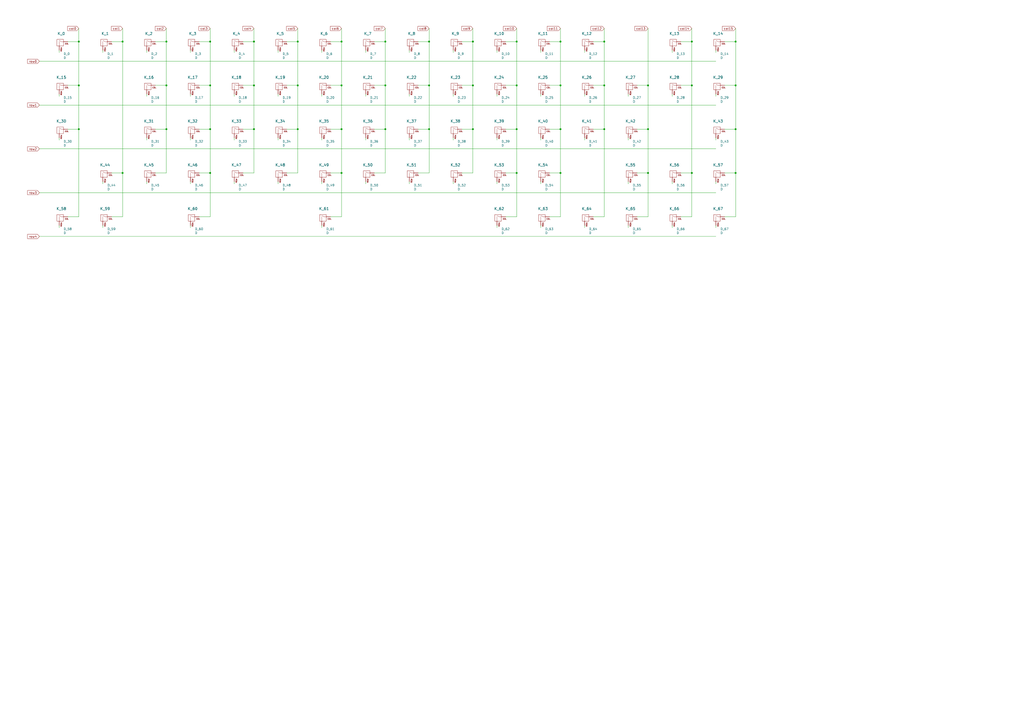
<source format=kicad_sch>
(kicad_sch (version 20211123) (generator eeschema)
  (paper "A2")
  (lib_symbols
    (symbol "MX_Alps_Hybrid:MX-NoLED" (pin_names (offset 1.016))
      (property "Reference" "MX" (at -0.635 3.81 0))
      (property "Value" "MX-NoLED" (at -0.635 1.27 0))
      (symbol "MX-NoLED_0_0"
        (rectangle (start -2.54 2.54) (end 1.27 -1.27))
        (polyline (pts (xy -1.27 -1.27) (xy -1.27 1.27)) (stroke (width 0.127)))
        (polyline (pts (xy 1.27 1.27) (xy 0 1.27) (xy -1.27 1.905)) (stroke (width 0.127)))
        (text "COL" (at 3.175 0 0) (effects (font (size 0.762 0.762))))
        (text "ROW" (at 0 -1.905 900) (effects (font (size 0.762 0.762)) (justify right)))
      )
      (symbol "MX-NoLED_1_1"
        (pin passive line (at 3.81 1.27 180) (length 2.54) (name "COL") (number "1"))
        (pin passive line (at -1.27 -3.81 90) (length 2.54) (name "ROW") (number "2"))
      )
    )
  )
  (junction (at 147.32 49.53))
  (junction (at 375.92 100.33))
  (junction (at 248.92 24.13))
  (junction (at 401.32 24.13))
  (junction (at 274.32 49.53))
  (junction (at 96.52 49.53))
  (junction (at 325.12 100.33))
  (junction (at 198.12 74.93))
  (junction (at 401.32 100.33))
  (junction (at 426.72 49.53))
  (junction (at 121.92 49.53))
  (junction (at 198.12 100.33))
  (junction (at 147.32 24.13))
  (junction (at 96.52 24.13))
  (junction (at 350.52 49.53))
  (junction (at 96.52 74.93))
  (junction (at 172.72 24.13))
  (junction (at 274.32 74.93))
  (junction (at 45.72 49.53))
  (junction (at 325.12 49.53))
  (junction (at 147.32 74.93))
  (junction (at 426.72 74.93))
  (junction (at 121.92 74.93))
  (junction (at 172.72 74.93))
  (junction (at 426.72 100.33))
  (junction (at 375.92 49.53))
  (junction (at 426.72 24.13))
  (junction (at 325.12 74.93))
  (junction (at 299.72 100.33))
  (junction (at 299.72 24.13))
  (junction (at 223.52 24.13))
  (junction (at 45.72 74.93))
  (junction (at 223.52 49.53))
  (junction (at 71.12 100.33))
  (junction (at 198.12 24.13))
  (junction (at 401.32 49.53))
  (junction (at 198.12 49.53))
  (junction (at 274.32 24.13))
  (junction (at 45.72 24.13))
  (junction (at 350.52 24.13))
  (junction (at 172.72 49.53))
  (junction (at 71.12 24.13))
  (junction (at 375.92 74.93))
  (junction (at 121.92 100.33))
  (junction (at 121.92 24.13))
  (junction (at 325.12 24.13))
  (junction (at 350.52 74.93))
  (junction (at 299.72 49.53))
  (junction (at 248.92 49.53))
  (junction (at 299.72 74.93))
  (junction (at 223.52 74.93))
  (junction (at 248.92 74.93))
  (wire (pts (xy 237.49 29.21) (xy 237.49 30.48)))
  (wire (pts (xy 248.92 16.51) (xy 248.92 24.13)))
  (wire (pts (xy 344.17 24.13) (xy 350.52 24.13)))
  (wire (pts (xy 262.89 29.21) (xy 262.89 30.48)))
  (wire (pts (xy 191.77 100.33) (xy 198.12 100.33)))
  (wire (pts (xy 39.37 49.53) (xy 45.72 49.53)))
  (wire (pts (xy 223.52 100.33) (xy 223.52 74.93)))
  (wire (pts (xy 140.97 49.53) (xy 147.32 49.53)))
  (wire (pts (xy 161.29 29.21) (xy 161.29 30.48)))
  (wire (pts (xy 274.32 24.13) (xy 274.32 49.53)))
  (wire (pts (xy 237.49 105.41) (xy 237.49 106.68)))
  (wire (pts (xy 198.12 100.33) (xy 198.12 74.93)))
  (wire (pts (xy 394.97 100.33) (xy 401.32 100.33)))
  (wire (pts (xy 85.09 29.21) (xy 85.09 30.48)))
  (wire (pts (xy 172.72 100.33) (xy 172.72 74.93)))
  (wire (pts (xy 415.29 105.41) (xy 415.29 106.68)))
  (wire (pts (xy 166.37 49.53) (xy 172.72 49.53)))
  (wire (pts (xy 288.29 80.01) (xy 288.29 81.28)))
  (wire (pts (xy 121.92 16.51) (xy 121.92 24.13)))
  (wire (pts (xy 242.57 100.33) (xy 248.92 100.33)))
  (wire (pts (xy 325.12 125.73) (xy 325.12 100.33)))
  (wire (pts (xy 350.52 125.73) (xy 350.52 74.93)))
  (wire (pts (xy 339.09 80.01) (xy 339.09 81.28)))
  (wire (pts (xy 262.89 80.01) (xy 262.89 81.28)))
  (wire (pts (xy 85.09 105.41) (xy 85.09 106.68)))
  (wire (pts (xy 375.92 74.93) (xy 375.92 49.53)))
  (wire (pts (xy 198.12 16.51) (xy 198.12 24.13)))
  (wire (pts (xy 121.92 24.13) (xy 121.92 49.53)))
  (wire (pts (xy 115.57 24.13) (xy 121.92 24.13)))
  (wire (pts (xy 299.72 74.93) (xy 299.72 49.53)))
  (wire (pts (xy 34.29 54.61) (xy 34.29 55.88)))
  (wire (pts (xy 426.72 24.13) (xy 426.72 49.53)))
  (wire (pts (xy 293.37 100.33) (xy 299.72 100.33)))
  (wire (pts (xy 293.37 24.13) (xy 299.72 24.13)))
  (wire (pts (xy 267.97 49.53) (xy 274.32 49.53)))
  (wire (pts (xy 191.77 125.73) (xy 198.12 125.73)))
  (wire (pts (xy 415.29 29.21) (xy 415.29 30.48)))
  (wire (pts (xy 325.12 100.33) (xy 325.12 74.93)))
  (wire (pts (xy 110.49 54.61) (xy 110.49 55.88)))
  (wire (pts (xy 394.97 125.73) (xy 401.32 125.73)))
  (wire (pts (xy 121.92 100.33) (xy 121.92 74.93)))
  (wire (pts (xy 394.97 49.53) (xy 401.32 49.53)))
  (wire (pts (xy 96.52 100.33) (xy 96.52 74.93)))
  (wire (pts (xy 110.49 29.21) (xy 110.49 30.48)))
  (wire (pts (xy 420.37 125.73) (xy 426.72 125.73)))
  (wire (pts (xy 135.89 105.41) (xy 135.89 106.68)))
  (wire (pts (xy 262.89 105.41) (xy 262.89 106.68)))
  (wire (pts (xy 267.97 100.33) (xy 274.32 100.33)))
  (wire (pts (xy 64.77 125.73) (xy 71.12 125.73)))
  (wire (pts (xy 339.09 130.81) (xy 339.09 132.08)))
  (wire (pts (xy 85.09 54.61) (xy 85.09 55.88)))
  (wire (pts (xy 274.32 16.51) (xy 274.32 24.13)))
  (wire (pts (xy 242.57 74.93) (xy 248.92 74.93)))
  (wire (pts (xy 364.49 54.61) (xy 364.49 55.88)))
  (wire (pts (xy 318.77 49.53) (xy 325.12 49.53)))
  (wire (pts (xy 248.92 100.33) (xy 248.92 74.93)))
  (wire (pts (xy 415.29 80.01) (xy 415.29 81.28)))
  (wire (pts (xy 389.89 130.81) (xy 389.89 132.08)))
  (wire (pts (xy 426.72 74.93) (xy 426.72 49.53)))
  (wire (pts (xy 350.52 74.93) (xy 350.52 49.53)))
  (wire (pts (xy 274.32 100.33) (xy 274.32 74.93)))
  (wire (pts (xy 59.69 105.41) (xy 59.69 106.68)))
  (wire (pts (xy 166.37 74.93) (xy 172.72 74.93)))
  (wire (pts (xy 401.32 125.73) (xy 401.32 100.33)))
  (wire (pts (xy 288.29 54.61) (xy 288.29 55.88)))
  (wire (pts (xy 293.37 74.93) (xy 299.72 74.93)))
  (wire (pts (xy 147.32 16.51) (xy 147.32 24.13)))
  (wire (pts (xy 115.57 74.93) (xy 121.92 74.93)))
  (wire (pts (xy 262.89 54.61) (xy 262.89 55.88)))
  (wire (pts (xy 313.69 80.01) (xy 313.69 81.28)))
  (wire (pts (xy 198.12 125.73) (xy 198.12 100.33)))
  (wire (pts (xy 140.97 24.13) (xy 147.32 24.13)))
  (wire (pts (xy 293.37 125.73) (xy 299.72 125.73)))
  (wire (pts (xy 71.12 16.51) (xy 71.12 24.13)))
  (wire (pts (xy 299.72 24.13) (xy 299.72 49.53)))
  (wire (pts (xy 64.77 24.13) (xy 71.12 24.13)))
  (wire (pts (xy 350.52 24.13) (xy 350.52 49.53)))
  (wire (pts (xy 217.17 24.13) (xy 223.52 24.13)))
  (wire (pts (xy 299.72 100.33) (xy 299.72 74.93)))
  (wire (pts (xy 420.37 49.53) (xy 426.72 49.53)))
  (wire (pts (xy 45.72 16.51) (xy 45.72 24.13)))
  (wire (pts (xy 186.69 29.21) (xy 186.69 30.48)))
  (wire (pts (xy 237.49 54.61) (xy 237.49 55.88)))
  (wire (pts (xy 313.69 130.81) (xy 313.69 132.08)))
  (wire (pts (xy 274.32 74.93) (xy 274.32 49.53)))
  (wire (pts (xy 364.49 80.01) (xy 364.49 81.28)))
  (wire (pts (xy 288.29 130.81) (xy 288.29 132.08)))
  (wire (pts (xy 344.17 49.53) (xy 350.52 49.53)))
  (wire (pts (xy 96.52 24.13) (xy 96.52 49.53)))
  (wire (pts (xy 288.29 105.41) (xy 288.29 106.68)))
  (wire (pts (xy 339.09 54.61) (xy 339.09 55.88)))
  (wire (pts (xy 217.17 74.93) (xy 223.52 74.93)))
  (wire (pts (xy 135.89 54.61) (xy 135.89 55.88)))
  (wire (pts (xy 267.97 74.93) (xy 274.32 74.93)))
  (wire (pts (xy 147.32 24.13) (xy 147.32 49.53)))
  (wire (pts (xy 420.37 74.93) (xy 426.72 74.93)))
  (wire (pts (xy 22.86 60.96) (xy 415.29 60.96)))
  (wire (pts (xy 394.97 24.13) (xy 401.32 24.13)))
  (wire (pts (xy 401.32 16.51) (xy 401.32 24.13)))
  (wire (pts (xy 339.09 29.21) (xy 339.09 30.48)))
  (wire (pts (xy 59.69 130.81) (xy 59.69 132.08)))
  (wire (pts (xy 140.97 100.33) (xy 147.32 100.33)))
  (wire (pts (xy 39.37 125.73) (xy 45.72 125.73)))
  (wire (pts (xy 299.72 16.51) (xy 299.72 24.13)))
  (wire (pts (xy 242.57 49.53) (xy 248.92 49.53)))
  (wire (pts (xy 223.52 16.51) (xy 223.52 24.13)))
  (wire (pts (xy 401.32 100.33) (xy 401.32 49.53)))
  (wire (pts (xy 344.17 74.93) (xy 350.52 74.93)))
  (wire (pts (xy 90.17 24.13) (xy 96.52 24.13)))
  (wire (pts (xy 212.09 105.41) (xy 212.09 106.68)))
  (wire (pts (xy 375.92 100.33) (xy 375.92 74.93)))
  (wire (pts (xy 191.77 24.13) (xy 198.12 24.13)))
  (wire (pts (xy 161.29 54.61) (xy 161.29 55.88)))
  (wire (pts (xy 426.72 125.73) (xy 426.72 100.33)))
  (wire (pts (xy 186.69 54.61) (xy 186.69 55.88)))
  (wire (pts (xy 64.77 100.33) (xy 71.12 100.33)))
  (wire (pts (xy 389.89 105.41) (xy 389.89 106.68)))
  (wire (pts (xy 191.77 74.93) (xy 198.12 74.93)))
  (wire (pts (xy 223.52 74.93) (xy 223.52 49.53)))
  (wire (pts (xy 96.52 16.51) (xy 96.52 24.13)))
  (wire (pts (xy 389.89 29.21) (xy 389.89 30.48)))
  (wire (pts (xy 318.77 100.33) (xy 325.12 100.33)))
  (wire (pts (xy 172.72 74.93) (xy 172.72 49.53)))
  (wire (pts (xy 212.09 29.21) (xy 212.09 30.48)))
  (wire (pts (xy 212.09 54.61) (xy 212.09 55.88)))
  (wire (pts (xy 166.37 24.13) (xy 172.72 24.13)))
  (wire (pts (xy 115.57 125.73) (xy 121.92 125.73)))
  (wire (pts (xy 313.69 105.41) (xy 313.69 106.68)))
  (wire (pts (xy 318.77 24.13) (xy 325.12 24.13)))
  (wire (pts (xy 59.69 29.21) (xy 59.69 30.48)))
  (wire (pts (xy 415.29 54.61) (xy 415.29 55.88)))
  (wire (pts (xy 375.92 16.51) (xy 375.92 49.53)))
  (wire (pts (xy 313.69 54.61) (xy 313.69 55.88)))
  (wire (pts (xy 147.32 100.33) (xy 147.32 74.93)))
  (wire (pts (xy 90.17 100.33) (xy 96.52 100.33)))
  (wire (pts (xy 325.12 24.13) (xy 325.12 49.53)))
  (wire (pts (xy 369.57 125.73) (xy 375.92 125.73)))
  (wire (pts (xy 110.49 105.41) (xy 110.49 106.68)))
  (wire (pts (xy 22.86 137.16) (xy 415.29 137.16)))
  (wire (pts (xy 325.12 74.93) (xy 325.12 49.53)))
  (wire (pts (xy 39.37 74.93) (xy 45.72 74.93)))
  (wire (pts (xy 45.72 125.73) (xy 45.72 74.93)))
  (wire (pts (xy 22.86 86.36) (xy 415.29 86.36)))
  (wire (pts (xy 198.12 24.13) (xy 198.12 49.53)))
  (wire (pts (xy 191.77 49.53) (xy 198.12 49.53)))
  (wire (pts (xy 288.29 29.21) (xy 288.29 30.48)))
  (wire (pts (xy 212.09 80.01) (xy 212.09 81.28)))
  (wire (pts (xy 39.37 24.13) (xy 45.72 24.13)))
  (wire (pts (xy 369.57 74.93) (xy 375.92 74.93)))
  (wire (pts (xy 186.69 80.01) (xy 186.69 81.28)))
  (wire (pts (xy 389.89 54.61) (xy 389.89 55.88)))
  (wire (pts (xy 420.37 24.13) (xy 426.72 24.13)))
  (wire (pts (xy 426.72 100.33) (xy 426.72 74.93)))
  (wire (pts (xy 166.37 100.33) (xy 172.72 100.33)))
  (wire (pts (xy 115.57 49.53) (xy 121.92 49.53)))
  (wire (pts (xy 172.72 16.51) (xy 172.72 24.13)))
  (wire (pts (xy 161.29 105.41) (xy 161.29 106.68)))
  (wire (pts (xy 293.37 49.53) (xy 299.72 49.53)))
  (wire (pts (xy 237.49 80.01) (xy 237.49 81.28)))
  (wire (pts (xy 242.57 24.13) (xy 248.92 24.13)))
  (wire (pts (xy 426.72 16.51) (xy 426.72 24.13)))
  (wire (pts (xy 198.12 74.93) (xy 198.12 49.53)))
  (wire (pts (xy 172.72 24.13) (xy 172.72 49.53)))
  (wire (pts (xy 364.49 105.41) (xy 364.49 106.68)))
  (wire (pts (xy 350.52 16.51) (xy 350.52 24.13)))
  (wire (pts (xy 135.89 29.21) (xy 135.89 30.48)))
  (wire (pts (xy 34.29 130.81) (xy 34.29 132.08)))
  (wire (pts (xy 223.52 24.13) (xy 223.52 49.53)))
  (wire (pts (xy 90.17 74.93) (xy 96.52 74.93)))
  (wire (pts (xy 71.12 24.13) (xy 71.12 100.33)))
  (wire (pts (xy 186.69 130.81) (xy 186.69 132.08)))
  (wire (pts (xy 90.17 49.53) (xy 96.52 49.53)))
  (wire (pts (xy 248.92 74.93) (xy 248.92 49.53)))
  (wire (pts (xy 375.92 125.73) (xy 375.92 100.33)))
  (wire (pts (xy 267.97 24.13) (xy 274.32 24.13)))
  (wire (pts (xy 248.92 24.13) (xy 248.92 49.53)))
  (wire (pts (xy 34.29 80.01) (xy 34.29 81.28)))
  (wire (pts (xy 217.17 49.53) (xy 223.52 49.53)))
  (wire (pts (xy 22.86 111.76) (xy 415.29 111.76)))
  (wire (pts (xy 313.69 29.21) (xy 313.69 30.48)))
  (wire (pts (xy 115.57 100.33) (xy 121.92 100.33)))
  (wire (pts (xy 325.12 16.51) (xy 325.12 24.13)))
  (wire (pts (xy 110.49 80.01) (xy 110.49 81.28)))
  (wire (pts (xy 344.17 125.73) (xy 350.52 125.73)))
  (wire (pts (xy 401.32 24.13) (xy 401.32 49.53)))
  (wire (pts (xy 364.49 130.81) (xy 364.49 132.08)))
  (wire (pts (xy 135.89 80.01) (xy 135.89 81.28)))
  (wire (pts (xy 45.72 24.13) (xy 45.72 49.53)))
  (wire (pts (xy 45.72 74.93) (xy 45.72 49.53)))
  (wire (pts (xy 85.09 80.01) (xy 85.09 81.28)))
  (wire (pts (xy 299.72 125.73) (xy 299.72 100.33)))
  (wire (pts (xy 147.32 74.93) (xy 147.32 49.53)))
  (wire (pts (xy 217.17 100.33) (xy 223.52 100.33)))
  (wire (pts (xy 22.86 35.56) (xy 415.29 35.56)))
  (wire (pts (xy 369.57 49.53) (xy 375.92 49.53)))
  (wire (pts (xy 121.92 125.73) (xy 121.92 100.33)))
  (wire (pts (xy 318.77 125.73) (xy 325.12 125.73)))
  (wire (pts (xy 110.49 130.81) (xy 110.49 132.08)))
  (wire (pts (xy 186.69 105.41) (xy 186.69 106.68)))
  (wire (pts (xy 121.92 74.93) (xy 121.92 49.53)))
  (wire (pts (xy 140.97 74.93) (xy 147.32 74.93)))
  (wire (pts (xy 161.29 80.01) (xy 161.29 81.28)))
  (wire (pts (xy 369.57 100.33) (xy 375.92 100.33)))
  (wire (pts (xy 71.12 125.73) (xy 71.12 100.33)))
  (wire (pts (xy 96.52 74.93) (xy 96.52 49.53)))
  (wire (pts (xy 415.29 130.81) (xy 415.29 132.08)))
  (wire (pts (xy 318.77 74.93) (xy 325.12 74.93)))
  (wire (pts (xy 34.29 29.21) (xy 34.29 30.48)))
  (wire (pts (xy 420.37 100.33) (xy 426.72 100.33)))
  (global_label "col13" (shape input) (at 375.92 16.51 180) (property "Intersheet References" "${INTERSHEET_REFS}" (effects hide)))
  (global_label "col6" (shape input) (at 198.12 16.51 180) (property "Intersheet References" "${INTERSHEET_REFS}" (effects hide)))
  (global_label "row3" (shape input) (at 22.86 111.76 180) (property "Intersheet References" "${INTERSHEET_REFS}" (effects hide)))
  (global_label "col14" (shape input) (at 401.32 16.51 180) (property "Intersheet References" "${INTERSHEET_REFS}" (effects hide)))
  (global_label "col4" (shape input) (at 147.32 16.51 180) (property "Intersheet References" "${INTERSHEET_REFS}" (effects hide)))
  (global_label "col11" (shape input) (at 325.12 16.51 180) (property "Intersheet References" "${INTERSHEET_REFS}" (effects hide)))
  (global_label "col3" (shape input) (at 121.92 16.51 180) (property "Intersheet References" "${INTERSHEET_REFS}" (effects hide)))
  (global_label "col8" (shape input) (at 248.92 16.51 180) (property "Intersheet References" "${INTERSHEET_REFS}" (effects hide)))
  (global_label "row0" (shape input) (at 22.86 35.56 180) (property "Intersheet References" "${INTERSHEET_REFS}" (effects hide)))
  (global_label "row1" (shape input) (at 22.86 60.96 180) (property "Intersheet References" "${INTERSHEET_REFS}" (effects hide)))
  (global_label "row4" (shape input) (at 22.86 137.16 180) (property "Intersheet References" "${INTERSHEET_REFS}" (effects hide)))
  (global_label "col9" (shape input) (at 274.32 16.51 180) (property "Intersheet References" "${INTERSHEET_REFS}" (effects hide)))
  (global_label "col2" (shape input) (at 96.52 16.51 180) (property "Intersheet References" "${INTERSHEET_REFS}" (effects hide)))
  (global_label "col10" (shape input) (at 299.72 16.51 180) (property "Intersheet References" "${INTERSHEET_REFS}" (effects hide)))
  (global_label "col5" (shape input) (at 172.72 16.51 180) (property "Intersheet References" "${INTERSHEET_REFS}" (effects hide)))
  (global_label "col1" (shape input) (at 71.12 16.51 180) (property "Intersheet References" "${INTERSHEET_REFS}" (effects hide)))
  (global_label "col12" (shape input) (at 350.52 16.51 180) (property "Intersheet References" "${INTERSHEET_REFS}" (effects hide)))
  (global_label "col7" (shape input) (at 223.52 16.51 180) (property "Intersheet References" "${INTERSHEET_REFS}" (effects hide)))
  (global_label "col15" (shape input) (at 426.72 16.51 180) (property "Intersheet References" "${INTERSHEET_REFS}" (effects hide)))
  (global_label "row2" (shape input) (at 22.86 86.36 180) (property "Intersheet References" "${INTERSHEET_REFS}" (effects hide)))
  (global_label "col0" (shape input) (at 45.72 16.51 180) (property "Intersheet References" "${INTERSHEET_REFS}" (effects hide)))
  (symbol (lib_id "MX_Alps_Hybrid:MX-NoLED") (at 111.76 127 0) (unit 1)
    (property "Reference" "K_60" (at 111.76 121.0818 0) (effects (font (size 1.524 1.524))))
    (property "Value" "KEYSW" (effects hide))
    (property "Footprint" "MX_Alps_Hybrid:MX-1.25U-NoLED" (effects hide))
  )
  (symbol (lib_id "MX_Alps_Hybrid:MX-NoLED") (at 187.96 127 0) (unit 1)
    (property "Reference" "K_61" (at 187.96 121.0818 0) (effects (font (size 1.524 1.524))))
    (property "Value" "KEYSW" (effects hide))
    (property "Footprint" "MX_Alps_Hybrid:MX-6.25U-NoLED" (effects hide))
  )
  (symbol (lib_id "Device:D_Small") (at 288.29 33.02 90) (unit 1)
    (property "Reference" "D_10" (at 290.83 31.242 90) (effects (justify right)))
    (property "Value" "D" (at 290.83 33.528 90) (effects (justify right)))
    (property "Footprint" "Diode_SMD:D_SOD-123" (effects hide))
  )
  (symbol (lib_id "MX_Alps_Hybrid:MX-NoLED") (at 111.76 76.2 0) (unit 1)
    (property "Reference" "K_32" (at 111.76 70.2818 0) (effects (font (size 1.524 1.524))))
    (property "Value" "KEYSW" (effects hide))
    (property "Footprint" "MX_Alps_Hybrid:MX-1U-NoLED" (effects hide))
  )
  (symbol (lib_id "Device:D_Small") (at 110.49 109.22 90) (unit 1)
    (property "Reference" "D_46" (at 113.03 107.442 90) (effects (justify right)))
    (property "Value" "D" (at 113.03 109.728 90) (effects (justify right)))
    (property "Footprint" "Diode_SMD:D_SOD-123" (effects hide))
  )
  (symbol (lib_id "Device:D_Small") (at 186.69 33.02 90) (unit 1)
    (property "Reference" "D_6" (at 189.23 31.242 90) (effects (justify right)))
    (property "Value" "D" (at 189.23 33.528 90) (effects (justify right)))
    (property "Footprint" "Diode_SMD:D_SOD-123" (effects hide))
  )
  (symbol (lib_id "MX_Alps_Hybrid:MX-NoLED") (at 111.76 25.4 0) (unit 1)
    (property "Reference" "K_3" (at 111.76 19.4818 0) (effects (font (size 1.524 1.524))))
    (property "Value" "KEYSW" (effects hide))
    (property "Footprint" "MX_Alps_Hybrid:MX-1U-NoLED" (effects hide))
  )
  (symbol (lib_id "MX_Alps_Hybrid:MX-NoLED") (at 416.56 76.2 0) (unit 1)
    (property "Reference" "K_43" (at 416.56 70.2818 0) (effects (font (size 1.524 1.524))))
    (property "Value" "KEYSW" (effects hide))
    (property "Footprint" "MX_Alps_Hybrid:MX-1U-NoLED" (effects hide))
  )
  (symbol (lib_id "MX_Alps_Hybrid:MX-NoLED") (at 187.96 76.2 0) (unit 1)
    (property "Reference" "K_35" (at 187.96 70.2818 0) (effects (font (size 1.524 1.524))))
    (property "Value" "KEYSW" (effects hide))
    (property "Footprint" "MX_Alps_Hybrid:MX-1U-NoLED" (effects hide))
  )
  (symbol (lib_id "Device:D_Small") (at 237.49 33.02 90) (unit 1)
    (property "Reference" "D_8" (at 240.03 31.242 90) (effects (justify right)))
    (property "Value" "D" (at 240.03 33.528 90) (effects (justify right)))
    (property "Footprint" "Diode_SMD:D_SOD-123" (effects hide))
  )
  (symbol (lib_id "MX_Alps_Hybrid:MX-NoLED") (at 340.36 50.8 0) (unit 1)
    (property "Reference" "K_26" (at 340.36 44.8818 0) (effects (font (size 1.524 1.524))))
    (property "Value" "KEYSW" (effects hide))
    (property "Footprint" "MX_Alps_Hybrid:MX-1U-NoLED" (effects hide))
  )
  (symbol (lib_id "Device:D_Small") (at 110.49 83.82 90) (unit 1)
    (property "Reference" "D_32" (at 113.03 82.042 90) (effects (justify right)))
    (property "Value" "D" (at 113.03 84.328 90) (effects (justify right)))
    (property "Footprint" "Diode_SMD:D_SOD-123" (effects hide))
  )
  (symbol (lib_id "MX_Alps_Hybrid:MX-NoLED") (at 137.16 101.6 0) (unit 1)
    (property "Reference" "K_47" (at 137.16 95.6818 0) (effects (font (size 1.524 1.524))))
    (property "Value" "KEYSW" (effects hide))
    (property "Footprint" "MX_Alps_Hybrid:MX-1U-NoLED" (effects hide))
  )
  (symbol (lib_id "Device:D_Small") (at 364.49 83.82 90) (unit 1)
    (property "Reference" "D_42" (at 367.03 82.042 90) (effects (justify right)))
    (property "Value" "D" (at 367.03 84.328 90) (effects (justify right)))
    (property "Footprint" "Diode_SMD:D_SOD-123" (effects hide))
  )
  (symbol (lib_id "Device:D_Small") (at 34.29 58.42 90) (unit 1)
    (property "Reference" "D_15" (at 36.83 56.642 90) (effects (justify right)))
    (property "Value" "D" (at 36.83 58.928 90) (effects (justify right)))
    (property "Footprint" "Diode_SMD:D_SOD-123" (effects hide))
  )
  (symbol (lib_id "MX_Alps_Hybrid:MX-NoLED") (at 416.56 25.4 0) (unit 1)
    (property "Reference" "K_14" (at 416.56 19.4818 0) (effects (font (size 1.524 1.524))))
    (property "Value" "KEYSW" (effects hide))
    (property "Footprint" "MX_Alps_Hybrid:MX-1U-NoLED" (effects hide))
  )
  (symbol (lib_id "Device:D_Small") (at 237.49 58.42 90) (unit 1)
    (property "Reference" "D_22" (at 240.03 56.642 90) (effects (justify right)))
    (property "Value" "D" (at 240.03 58.928 90) (effects (justify right)))
    (property "Footprint" "Diode_SMD:D_SOD-123" (effects hide))
  )
  (symbol (lib_id "Device:D_Small") (at 34.29 134.62 90) (unit 1)
    (property "Reference" "D_58" (at 36.83 132.842 90) (effects (justify right)))
    (property "Value" "D" (at 36.83 135.128 90) (effects (justify right)))
    (property "Footprint" "Diode_SMD:D_SOD-123" (effects hide))
  )
  (symbol (lib_id "MX_Alps_Hybrid:MX-NoLED") (at 86.36 76.2 0) (unit 1)
    (property "Reference" "K_31" (at 86.36 70.2818 0) (effects (font (size 1.524 1.524))))
    (property "Value" "KEYSW" (effects hide))
    (property "Footprint" "MX_Alps_Hybrid:MX-1U-NoLED" (effects hide))
  )
  (symbol (lib_id "Device:D_Small") (at 313.69 134.62 90) (unit 1)
    (property "Reference" "D_63" (at 316.23 132.842 90) (effects (justify right)))
    (property "Value" "D" (at 316.23 135.128 90) (effects (justify right)))
    (property "Footprint" "Diode_SMD:D_SOD-123" (effects hide))
  )
  (symbol (lib_id "Device:D_Small") (at 262.89 58.42 90) (unit 1)
    (property "Reference" "D_23" (at 265.43 56.642 90) (effects (justify right)))
    (property "Value" "D" (at 265.43 58.928 90) (effects (justify right)))
    (property "Footprint" "Diode_SMD:D_SOD-123" (effects hide))
  )
  (symbol (lib_id "Device:D_Small") (at 288.29 83.82 90) (unit 1)
    (property "Reference" "D_39" (at 290.83 82.042 90) (effects (justify right)))
    (property "Value" "D" (at 290.83 84.328 90) (effects (justify right)))
    (property "Footprint" "Diode_SMD:D_SOD-123" (effects hide))
  )
  (symbol (lib_id "MX_Alps_Hybrid:MX-NoLED") (at 365.76 127 0) (unit 1)
    (property "Reference" "K_65" (at 365.76 121.0818 0) (effects (font (size 1.524 1.524))))
    (property "Value" "KEYSW" (effects hide))
    (property "Footprint" "MX_Alps_Hybrid:MX-1U-NoLED" (effects hide))
  )
  (symbol (lib_id "Device:D_Small") (at 262.89 83.82 90) (unit 1)
    (property "Reference" "D_38" (at 265.43 82.042 90) (effects (justify right)))
    (property "Value" "D" (at 265.43 84.328 90) (effects (justify right)))
    (property "Footprint" "Diode_SMD:D_SOD-123" (effects hide))
  )
  (symbol (lib_id "MX_Alps_Hybrid:MX-NoLED") (at 238.76 76.2 0) (unit 1)
    (property "Reference" "K_37" (at 238.76 70.2818 0) (effects (font (size 1.524 1.524))))
    (property "Value" "KEYSW" (effects hide))
    (property "Footprint" "MX_Alps_Hybrid:MX-1U-NoLED" (effects hide))
  )
  (symbol (lib_id "Device:D_Small") (at 85.09 33.02 90) (unit 1)
    (property "Reference" "D_2" (at 87.63 31.242 90) (effects (justify right)))
    (property "Value" "D" (at 87.63 33.528 90) (effects (justify right)))
    (property "Footprint" "Diode_SMD:D_SOD-123" (effects hide))
  )
  (symbol (lib_id "Device:D_Small") (at 212.09 58.42 90) (unit 1)
    (property "Reference" "D_21" (at 214.63 56.642 90) (effects (justify right)))
    (property "Value" "D" (at 214.63 58.928 90) (effects (justify right)))
    (property "Footprint" "Diode_SMD:D_SOD-123" (effects hide))
  )
  (symbol (lib_id "MX_Alps_Hybrid:MX-NoLED") (at 289.56 25.4 0) (unit 1)
    (property "Reference" "K_10" (at 289.56 19.4818 0) (effects (font (size 1.524 1.524))))
    (property "Value" "KEYSW" (effects hide))
    (property "Footprint" "MX_Alps_Hybrid:MX-1U-NoLED" (effects hide))
  )
  (symbol (lib_id "MX_Alps_Hybrid:MX-NoLED") (at 365.76 76.2 0) (unit 1)
    (property "Reference" "K_42" (at 365.76 70.2818 0) (effects (font (size 1.524 1.524))))
    (property "Value" "KEYSW" (effects hide))
    (property "Footprint" "MX_Alps_Hybrid:MX-2.25U-NoLED" (effects hide))
  )
  (symbol (lib_id "Device:D_Small") (at 161.29 109.22 90) (unit 1)
    (property "Reference" "D_48" (at 163.83 107.442 90) (effects (justify right)))
    (property "Value" "D" (at 163.83 109.728 90) (effects (justify right)))
    (property "Footprint" "Diode_SMD:D_SOD-123" (effects hide))
  )
  (symbol (lib_id "MX_Alps_Hybrid:MX-NoLED") (at 314.96 76.2 0) (unit 1)
    (property "Reference" "K_40" (at 314.96 70.2818 0) (effects (font (size 1.524 1.524))))
    (property "Value" "KEYSW" (effects hide))
    (property "Footprint" "MX_Alps_Hybrid:MX-1U-NoLED" (effects hide))
  )
  (symbol (lib_id "MX_Alps_Hybrid:MX-NoLED") (at 365.76 50.8 0) (unit 1)
    (property "Reference" "K_27" (at 365.76 44.8818 0) (effects (font (size 1.524 1.524))))
    (property "Value" "KEYSW" (effects hide))
    (property "Footprint" "MX_Alps_Hybrid:MX-1U-NoLED" (effects hide))
  )
  (symbol (lib_id "MX_Alps_Hybrid:MX-NoLED") (at 391.16 50.8 0) (unit 1)
    (property "Reference" "K_28" (at 391.16 44.8818 0) (effects (font (size 1.524 1.524))))
    (property "Value" "KEYSW" (effects hide))
    (property "Footprint" "MX_Alps_Hybrid:MX-1.5U-NoLED" (effects hide))
  )
  (symbol (lib_id "Device:D_Small") (at 415.29 134.62 90) (unit 1)
    (property "Reference" "D_67" (at 417.83 132.842 90) (effects (justify right)))
    (property "Value" "D" (at 417.83 135.128 90) (effects (justify right)))
    (property "Footprint" "Diode_SMD:D_SOD-123" (effects hide))
  )
  (symbol (lib_id "MX_Alps_Hybrid:MX-NoLED") (at 238.76 25.4 0) (unit 1)
    (property "Reference" "K_8" (at 238.76 19.4818 0) (effects (font (size 1.524 1.524))))
    (property "Value" "KEYSW" (effects hide))
    (property "Footprint" "MX_Alps_Hybrid:MX-1U-NoLED" (effects hide))
  )
  (symbol (lib_id "Device:D_Small") (at 339.09 134.62 90) (unit 1)
    (property "Reference" "D_64" (at 341.63 132.842 90) (effects (justify right)))
    (property "Value" "D" (at 341.63 135.128 90) (effects (justify right)))
    (property "Footprint" "Diode_SMD:D_SOD-123" (effects hide))
  )
  (symbol (lib_id "Device:D_Small") (at 212.09 109.22 90) (unit 1)
    (property "Reference" "D_50" (at 214.63 107.442 90) (effects (justify right)))
    (property "Value" "D" (at 214.63 109.728 90) (effects (justify right)))
    (property "Footprint" "Diode_SMD:D_SOD-123" (effects hide))
  )
  (symbol (lib_id "Device:D_Small") (at 59.69 134.62 90) (unit 1)
    (property "Reference" "D_59" (at 62.23 132.842 90) (effects (justify right)))
    (property "Value" "D" (at 62.23 135.128 90) (effects (justify right)))
    (property "Footprint" "Diode_SMD:D_SOD-123" (effects hide))
  )
  (symbol (lib_id "Device:D_Small") (at 262.89 109.22 90) (unit 1)
    (property "Reference" "D_52" (at 265.43 107.442 90) (effects (justify right)))
    (property "Value" "D" (at 265.43 109.728 90) (effects (justify right)))
    (property "Footprint" "Diode_SMD:D_SOD-123" (effects hide))
  )
  (symbol (lib_id "MX_Alps_Hybrid:MX-NoLED") (at 35.56 76.2 0) (unit 1)
    (property "Reference" "K_30" (at 35.56 70.2818 0) (effects (font (size 1.524 1.524))))
    (property "Value" "KEYSW" (effects hide))
    (property "Footprint" "MX_Alps_Hybrid:MX-1.75U-NoLED" (effects hide))
  )
  (symbol (lib_id "MX_Alps_Hybrid:MX-NoLED") (at 35.56 127 0) (unit 1)
    (property "Reference" "K_58" (at 35.56 121.0818 0) (effects (font (size 1.524 1.524))))
    (property "Value" "KEYSW" (effects hide))
    (property "Footprint" "MX_Alps_Hybrid:MX-1.25U-NoLED" (effects hide))
  )
  (symbol (lib_id "MX_Alps_Hybrid:MX-NoLED") (at 213.36 101.6 0) (unit 1)
    (property "Reference" "K_50" (at 213.36 95.6818 0) (effects (font (size 1.524 1.524))))
    (property "Value" "KEYSW" (effects hide))
    (property "Footprint" "MX_Alps_Hybrid:MX-1U-NoLED" (effects hide))
  )
  (symbol (lib_id "Device:D_Small") (at 364.49 58.42 90) (unit 1)
    (property "Reference" "D_27" (at 367.03 56.642 90) (effects (justify right)))
    (property "Value" "D" (at 367.03 58.928 90) (effects (justify right)))
    (property "Footprint" "Diode_SMD:D_SOD-123" (effects hide))
  )
  (symbol (lib_id "MX_Alps_Hybrid:MX-NoLED") (at 35.56 25.4 0) (unit 1)
    (property "Reference" "K_0" (at 35.56 19.4818 0) (effects (font (size 1.524 1.524))))
    (property "Value" "KEYSW" (effects hide))
    (property "Footprint" "MX_Alps_Hybrid:MX-1U-NoLED" (effects hide))
  )
  (symbol (lib_id "MX_Alps_Hybrid:MX-NoLED") (at 264.16 25.4 0) (unit 1)
    (property "Reference" "K_9" (at 264.16 19.4818 0) (effects (font (size 1.524 1.524))))
    (property "Value" "KEYSW" (effects hide))
    (property "Footprint" "MX_Alps_Hybrid:MX-1U-NoLED" (effects hide))
  )
  (symbol (lib_id "MX_Alps_Hybrid:MX-NoLED") (at 187.96 50.8 0) (unit 1)
    (property "Reference" "K_20" (at 187.96 44.8818 0) (effects (font (size 1.524 1.524))))
    (property "Value" "KEYSW" (effects hide))
    (property "Footprint" "MX_Alps_Hybrid:MX-1U-NoLED" (effects hide))
  )
  (symbol (lib_id "MX_Alps_Hybrid:MX-NoLED") (at 340.36 76.2 0) (unit 1)
    (property "Reference" "K_41" (at 340.36 70.2818 0) (effects (font (size 1.524 1.524))))
    (property "Value" "KEYSW" (effects hide))
    (property "Footprint" "MX_Alps_Hybrid:MX-1U-NoLED" (effects hide))
  )
  (symbol (lib_id "Device:D_Small") (at 288.29 134.62 90) (unit 1)
    (property "Reference" "D_62" (at 290.83 132.842 90) (effects (justify right)))
    (property "Value" "D" (at 290.83 135.128 90) (effects (justify right)))
    (property "Footprint" "Diode_SMD:D_SOD-123" (effects hide))
  )
  (symbol (lib_id "Device:D_Small") (at 415.29 58.42 90) (unit 1)
    (property "Reference" "D_29" (at 417.83 56.642 90) (effects (justify right)))
    (property "Value" "D" (at 417.83 58.928 90) (effects (justify right)))
    (property "Footprint" "Diode_SMD:D_SOD-123" (effects hide))
  )
  (symbol (lib_id "Device:D_Small") (at 186.69 134.62 90) (unit 1)
    (property "Reference" "D_61" (at 189.23 132.842 90) (effects (justify right)))
    (property "Value" "D" (at 189.23 135.128 90) (effects (justify right)))
    (property "Footprint" "Diode_SMD:D_SOD-123" (effects hide))
  )
  (symbol (lib_id "MX_Alps_Hybrid:MX-NoLED") (at 314.96 25.4 0) (unit 1)
    (property "Reference" "K_11" (at 314.96 19.4818 0) (effects (font (size 1.524 1.524))))
    (property "Value" "KEYSW" (effects hide))
    (property "Footprint" "MX_Alps_Hybrid:MX-1U-NoLED" (effects hide))
  )
  (symbol (lib_id "MX_Alps_Hybrid:MX-NoLED") (at 314.96 127 0) (unit 1)
    (property "Reference" "K_63" (at 314.96 121.0818 0) (effects (font (size 1.524 1.524))))
    (property "Value" "KEYSW" (effects hide))
    (property "Footprint" "MX_Alps_Hybrid:MX-1U-NoLED" (effects hide))
  )
  (symbol (lib_id "Device:D_Small") (at 313.69 109.22 90) (unit 1)
    (property "Reference" "D_54" (at 316.23 107.442 90) (effects (justify right)))
    (property "Value" "D" (at 316.23 109.728 90) (effects (justify right)))
    (property "Footprint" "Diode_SMD:D_SOD-123" (effects hide))
  )
  (symbol (lib_id "MX_Alps_Hybrid:MX-NoLED") (at 111.76 50.8 0) (unit 1)
    (property "Reference" "K_17" (at 111.76 44.8818 0) (effects (font (size 1.524 1.524))))
    (property "Value" "KEYSW" (effects hide))
    (property "Footprint" "MX_Alps_Hybrid:MX-1U-NoLED" (effects hide))
  )
  (symbol (lib_id "Device:D_Small") (at 288.29 109.22 90) (unit 1)
    (property "Reference" "D_53" (at 290.83 107.442 90) (effects (justify right)))
    (property "Value" "D" (at 290.83 109.728 90) (effects (justify right)))
    (property "Footprint" "Diode_SMD:D_SOD-123" (effects hide))
  )
  (symbol (lib_id "MX_Alps_Hybrid:MX-NoLED") (at 162.56 25.4 0) (unit 1)
    (property "Reference" "K_5" (at 162.56 19.4818 0) (effects (font (size 1.524 1.524))))
    (property "Value" "KEYSW" (effects hide))
    (property "Footprint" "MX_Alps_Hybrid:MX-1U-NoLED" (effects hide))
  )
  (symbol (lib_id "MX_Alps_Hybrid:MX-NoLED") (at 187.96 101.6 0) (unit 1)
    (property "Reference" "K_49" (at 187.96 95.6818 0) (effects (font (size 1.524 1.524))))
    (property "Value" "KEYSW" (effects hide))
    (property "Footprint" "MX_Alps_Hybrid:MX-1U-NoLED" (effects hide))
  )
  (symbol (lib_id "Device:D_Small") (at 415.29 83.82 90) (unit 1)
    (property "Reference" "D_43" (at 417.83 82.042 90) (effects (justify right)))
    (property "Value" "D" (at 417.83 84.328 90) (effects (justify right)))
    (property "Footprint" "Diode_SMD:D_SOD-123" (effects hide))
  )
  (symbol (lib_id "MX_Alps_Hybrid:MX-NoLED") (at 391.16 25.4 0) (unit 1)
    (property "Reference" "K_13" (at 391.16 19.4818 0) (effects (font (size 1.524 1.524))))
    (property "Value" "KEYSW" (effects hide))
    (property "Footprint" "MX_Alps_Hybrid:MX-2U-NoLED" (effects hide))
  )
  (symbol (lib_id "MX_Alps_Hybrid:MX-NoLED") (at 416.56 50.8 0) (unit 1)
    (property "Reference" "K_29" (at 416.56 44.8818 0) (effects (font (size 1.524 1.524))))
    (property "Value" "KEYSW" (effects hide))
    (property "Footprint" "MX_Alps_Hybrid:MX-1U-NoLED" (effects hide))
  )
  (symbol (lib_id "Device:D_Small") (at 85.09 58.42 90) (unit 1)
    (property "Reference" "D_16" (at 87.63 56.642 90) (effects (justify right)))
    (property "Value" "D" (at 87.63 58.928 90) (effects (justify right)))
    (property "Footprint" "Diode_SMD:D_SOD-123" (effects hide))
  )
  (symbol (lib_id "Device:D_Small") (at 389.89 58.42 90) (unit 1)
    (property "Reference" "D_28" (at 392.43 56.642 90) (effects (justify right)))
    (property "Value" "D" (at 392.43 58.928 90) (effects (justify right)))
    (property "Footprint" "Diode_SMD:D_SOD-123" (effects hide))
  )
  (symbol (lib_id "MX_Alps_Hybrid:MX-NoLED") (at 416.56 127 0) (unit 1)
    (property "Reference" "K_67" (at 416.56 121.0818 0) (effects (font (size 1.524 1.524))))
    (property "Value" "KEYSW" (effects hide))
    (property "Footprint" "MX_Alps_Hybrid:MX-1U-NoLED" (effects hide))
  )
  (symbol (lib_id "Device:D_Small") (at 110.49 33.02 90) (unit 1)
    (property "Reference" "D_3" (at 113.03 31.242 90) (effects (justify right)))
    (property "Value" "D" (at 113.03 33.528 90) (effects (justify right)))
    (property "Footprint" "Diode_SMD:D_SOD-123" (effects hide))
  )
  (symbol (lib_id "Device:D_Small") (at 34.29 83.82 90) (unit 1)
    (property "Reference" "D_30" (at 36.83 82.042 90) (effects (justify right)))
    (property "Value" "D" (at 36.83 84.328 90) (effects (justify right)))
    (property "Footprint" "Diode_SMD:D_SOD-123" (effects hide))
  )
  (symbol (lib_id "MX_Alps_Hybrid:MX-NoLED") (at 137.16 76.2 0) (unit 1)
    (property "Reference" "K_33" (at 137.16 70.2818 0) (effects (font (size 1.524 1.524))))
    (property "Value" "KEYSW" (effects hide))
    (property "Footprint" "MX_Alps_Hybrid:MX-1U-NoLED" (effects hide))
  )
  (symbol (lib_id "MX_Alps_Hybrid:MX-NoLED") (at 187.96 25.4 0) (unit 1)
    (property "Reference" "K_6" (at 187.96 19.4818 0) (effects (font (size 1.524 1.524))))
    (property "Value" "KEYSW" (effects hide))
    (property "Footprint" "MX_Alps_Hybrid:MX-1U-NoLED" (effects hide))
  )
  (symbol (lib_id "MX_Alps_Hybrid:MX-NoLED") (at 238.76 50.8 0) (unit 1)
    (property "Reference" "K_22" (at 238.76 44.8818 0) (effects (font (size 1.524 1.524))))
    (property "Value" "KEYSW" (effects hide))
    (property "Footprint" "MX_Alps_Hybrid:MX-1U-NoLED" (effects hide))
  )
  (symbol (lib_id "Device:D_Small") (at 415.29 109.22 90) (unit 1)
    (property "Reference" "D_57" (at 417.83 107.442 90) (effects (justify right)))
    (property "Value" "D" (at 417.83 109.728 90) (effects (justify right)))
    (property "Footprint" "Diode_SMD:D_SOD-123" (effects hide))
  )
  (symbol (lib_id "Device:D_Small") (at 59.69 33.02 90) (unit 1)
    (property "Reference" "D_1" (at 62.23 31.242 90) (effects (justify right)))
    (property "Value" "D" (at 62.23 33.528 90) (effects (justify right)))
    (property "Footprint" "Diode_SMD:D_SOD-123" (effects hide))
  )
  (symbol (lib_id "MX_Alps_Hybrid:MX-NoLED") (at 264.16 50.8 0) (unit 1)
    (property "Reference" "K_23" (at 264.16 44.8818 0) (effects (font (size 1.524 1.524))))
    (property "Value" "KEYSW" (effects hide))
    (property "Footprint" "MX_Alps_Hybrid:MX-1U-NoLED" (effects hide))
  )
  (symbol (lib_id "MX_Alps_Hybrid:MX-NoLED") (at 213.36 76.2 0) (unit 1)
    (property "Reference" "K_36" (at 213.36 70.2818 0) (effects (font (size 1.524 1.524))))
    (property "Value" "KEYSW" (effects hide))
    (property "Footprint" "MX_Alps_Hybrid:MX-1U-NoLED" (effects hide))
  )
  (symbol (lib_id "Device:D_Small") (at 313.69 83.82 90) (unit 1)
    (property "Reference" "D_40" (at 316.23 82.042 90) (effects (justify right)))
    (property "Value" "D" (at 316.23 84.328 90) (effects (justify right)))
    (property "Footprint" "Diode_SMD:D_SOD-123" (effects hide))
  )
  (symbol (lib_id "Device:D_Small") (at 313.69 33.02 90) (unit 1)
    (property "Reference" "D_11" (at 316.23 31.242 90) (effects (justify right)))
    (property "Value" "D" (at 316.23 33.528 90) (effects (justify right)))
    (property "Footprint" "Diode_SMD:D_SOD-123" (effects hide))
  )
  (symbol (lib_id "Device:D_Small") (at 364.49 134.62 90) (unit 1)
    (property "Reference" "D_65" (at 367.03 132.842 90) (effects (justify right)))
    (property "Value" "D" (at 367.03 135.128 90) (effects (justify right)))
    (property "Footprint" "Diode_SMD:D_SOD-123" (effects hide))
  )
  (symbol (lib_id "MX_Alps_Hybrid:MX-NoLED") (at 137.16 25.4 0) (unit 1)
    (property "Reference" "K_4" (at 137.16 19.4818 0) (effects (font (size 1.524 1.524))))
    (property "Value" "KEYSW" (effects hide))
    (property "Footprint" "MX_Alps_Hybrid:MX-1U-NoLED" (effects hide))
  )
  (symbol (lib_id "Device:D_Small") (at 161.29 83.82 90) (unit 1)
    (property "Reference" "D_34" (at 163.83 82.042 90) (effects (justify right)))
    (property "Value" "D" (at 163.83 84.328 90) (effects (justify right)))
    (property "Footprint" "Diode_SMD:D_SOD-123" (effects hide))
  )
  (symbol (lib_id "Device:D_Small") (at 161.29 33.02 90) (unit 1)
    (property "Reference" "D_5" (at 163.83 31.242 90) (effects (justify right)))
    (property "Value" "D" (at 163.83 33.528 90) (effects (justify right)))
    (property "Footprint" "Diode_SMD:D_SOD-123" (effects hide))
  )
  (symbol (lib_id "Device:D_Small") (at 288.29 58.42 90) (unit 1)
    (property "Reference" "D_24" (at 290.83 56.642 90) (effects (justify right)))
    (property "Value" "D" (at 290.83 58.928 90) (effects (justify right)))
    (property "Footprint" "Diode_SMD:D_SOD-123" (effects hide))
  )
  (symbol (lib_id "MX_Alps_Hybrid:MX-NoLED") (at 340.36 25.4 0) (unit 1)
    (property "Reference" "K_12" (at 340.36 19.4818 0) (effects (font (size 1.524 1.524))))
    (property "Value" "KEYSW" (effects hide))
    (property "Footprint" "MX_Alps_Hybrid:MX-1U-NoLED" (effects hide))
  )
  (symbol (lib_id "Device:D_Small") (at 415.29 33.02 90) (unit 1)
    (property "Reference" "D_14" (at 417.83 31.242 90) (effects (justify right)))
    (property "Value" "D" (at 417.83 33.528 90) (effects (justify right)))
    (property "Footprint" "Diode_SMD:D_SOD-123" (effects hide))
  )
  (symbol (lib_id "MX_Alps_Hybrid:MX-NoLED") (at 86.36 101.6 0) (unit 1)
    (property "Reference" "K_45" (at 86.36 95.6818 0) (effects (font (size 1.524 1.524))))
    (property "Value" "KEYSW" (effects hide))
    (property "Footprint" "MX_Alps_Hybrid:MX-1U-NoLED" (effects hide))
  )
  (symbol (lib_id "MX_Alps_Hybrid:MX-NoLED") (at 35.56 50.8 0) (unit 1)
    (property "Reference" "K_15" (at 35.56 44.8818 0) (effects (font (size 1.524 1.524))))
    (property "Value" "KEYSW" (effects hide))
    (property "Footprint" "MX_Alps_Hybrid:MX-1.5U-NoLED" (effects hide))
  )
  (symbol (lib_id "Device:D_Small") (at 237.49 109.22 90) (unit 1)
    (property "Reference" "D_51" (at 240.03 107.442 90) (effects (justify right)))
    (property "Value" "D" (at 240.03 109.728 90) (effects (justify right)))
    (property "Footprint" "Diode_SMD:D_SOD-123" (effects hide))
  )
  (symbol (lib_id "Device:D_Small") (at 389.89 109.22 90) (unit 1)
    (property "Reference" "D_56" (at 392.43 107.442 90) (effects (justify right)))
    (property "Value" "D" (at 392.43 109.728 90) (effects (justify right)))
    (property "Footprint" "Diode_SMD:D_SOD-123" (effects hide))
  )
  (symbol (lib_id "Device:D_Small") (at 110.49 134.62 90) (unit 1)
    (property "Reference" "D_60" (at 113.03 132.842 90) (effects (justify right)))
    (property "Value" "D" (at 113.03 135.128 90) (effects (justify right)))
    (property "Footprint" "Diode_SMD:D_SOD-123" (effects hide))
  )
  (symbol (lib_id "MX_Alps_Hybrid:MX-NoLED") (at 213.36 25.4 0) (unit 1)
    (property "Reference" "K_7" (at 213.36 19.4818 0) (effects (font (size 1.524 1.524))))
    (property "Value" "KEYSW" (effects hide))
    (property "Footprint" "MX_Alps_Hybrid:MX-1U-NoLED" (effects hide))
  )
  (symbol (lib_id "MX_Alps_Hybrid:MX-NoLED") (at 416.56 101.6 0) (unit 1)
    (property "Reference" "K_57" (at 416.56 95.6818 0) (effects (font (size 1.524 1.524))))
    (property "Value" "KEYSW" (effects hide))
    (property "Footprint" "MX_Alps_Hybrid:MX-1U-NoLED" (effects hide))
  )
  (symbol (lib_id "Device:D_Small") (at 34.29 33.02 90) (unit 1)
    (property "Reference" "D_0" (at 36.83 31.242 90) (effects (justify right)))
    (property "Value" "D" (at 36.83 33.528 90) (effects (justify right)))
    (property "Footprint" "Diode_SMD:D_SOD-123" (effects hide))
  )
  (symbol (lib_id "MX_Alps_Hybrid:MX-NoLED") (at 111.76 101.6 0) (unit 1)
    (property "Reference" "K_46" (at 111.76 95.6818 0) (effects (font (size 1.524 1.524))))
    (property "Value" "KEYSW" (effects hide))
    (property "Footprint" "MX_Alps_Hybrid:MX-1U-NoLED" (effects hide))
  )
  (symbol (lib_id "MX_Alps_Hybrid:MX-NoLED") (at 86.36 50.8 0) (unit 1)
    (property "Reference" "K_16" (at 86.36 44.8818 0) (effects (font (size 1.524 1.524))))
    (property "Value" "KEYSW" (effects hide))
    (property "Footprint" "MX_Alps_Hybrid:MX-1U-NoLED" (effects hide))
  )
  (symbol (lib_id "Device:D_Small") (at 212.09 33.02 90) (unit 1)
    (property "Reference" "D_7" (at 214.63 31.242 90) (effects (justify right)))
    (property "Value" "D" (at 214.63 33.528 90) (effects (justify right)))
    (property "Footprint" "Diode_SMD:D_SOD-123" (effects hide))
  )
  (symbol (lib_id "Device:D_Small") (at 212.09 83.82 90) (unit 1)
    (property "Reference" "D_36" (at 214.63 82.042 90) (effects (justify right)))
    (property "Value" "D" (at 214.63 84.328 90) (effects (justify right)))
    (property "Footprint" "Diode_SMD:D_SOD-123" (effects hide))
  )
  (symbol (lib_id "MX_Alps_Hybrid:MX-NoLED") (at 391.16 101.6 0) (unit 1)
    (property "Reference" "K_56" (at 391.16 95.6818 0) (effects (font (size 1.524 1.524))))
    (property "Value" "KEYSW" (effects hide))
    (property "Footprint" "MX_Alps_Hybrid:MX-1U-NoLED" (effects hide))
  )
  (symbol (lib_id "MX_Alps_Hybrid:MX-NoLED") (at 289.56 127 0) (unit 1)
    (property "Reference" "K_62" (at 289.56 121.0818 0) (effects (font (size 1.524 1.524))))
    (property "Value" "KEYSW" (effects hide))
    (property "Footprint" "MX_Alps_Hybrid:MX-1U-NoLED" (effects hide))
  )
  (symbol (lib_id "MX_Alps_Hybrid:MX-NoLED") (at 162.56 50.8 0) (unit 1)
    (property "Reference" "K_19" (at 162.56 44.8818 0) (effects (font (size 1.524 1.524))))
    (property "Value" "KEYSW" (effects hide))
    (property "Footprint" "MX_Alps_Hybrid:MX-1U-NoLED" (effects hide))
  )
  (symbol (lib_id "MX_Alps_Hybrid:MX-NoLED") (at 238.76 101.6 0) (unit 1)
    (property "Reference" "K_51" (at 238.76 95.6818 0) (effects (font (size 1.524 1.524))))
    (property "Value" "KEYSW" (effects hide))
    (property "Footprint" "MX_Alps_Hybrid:MX-1U-NoLED" (effects hide))
  )
  (symbol (lib_id "Device:D_Small") (at 85.09 83.82 90) (unit 1)
    (property "Reference" "D_31" (at 87.63 82.042 90) (effects (justify right)))
    (property "Value" "D" (at 87.63 84.328 90) (effects (justify right)))
    (property "Footprint" "Diode_SMD:D_SOD-123" (effects hide))
  )
  (symbol (lib_id "Device:D_Small") (at 389.89 33.02 90) (unit 1)
    (property "Reference" "D_13" (at 392.43 31.242 90) (effects (justify right)))
    (property "Value" "D" (at 392.43 33.528 90) (effects (justify right)))
    (property "Footprint" "Diode_SMD:D_SOD-123" (effects hide))
  )
  (symbol (lib_id "Device:D_Small") (at 59.69 109.22 90) (unit 1)
    (property "Reference" "D_44" (at 62.23 107.442 90) (effects (justify right)))
    (property "Value" "D" (at 62.23 109.728 90) (effects (justify right)))
    (property "Footprint" "Diode_SMD:D_SOD-123" (effects hide))
  )
  (symbol (lib_id "MX_Alps_Hybrid:MX-NoLED") (at 162.56 76.2 0) (unit 1)
    (property "Reference" "K_34" (at 162.56 70.2818 0) (effects (font (size 1.524 1.524))))
    (property "Value" "KEYSW" (effects hide))
    (property "Footprint" "MX_Alps_Hybrid:MX-1U-NoLED" (effects hide))
  )
  (symbol (lib_id "Device:D_Small") (at 135.89 58.42 90) (unit 1)
    (property "Reference" "D_18" (at 138.43 56.642 90) (effects (justify right)))
    (property "Value" "D" (at 138.43 58.928 90) (effects (justify right)))
    (property "Footprint" "Diode_SMD:D_SOD-123" (effects hide))
  )
  (symbol (lib_id "MX_Alps_Hybrid:MX-NoLED") (at 314.96 101.6 0) (unit 1)
    (property "Reference" "K_54" (at 314.96 95.6818 0) (effects (font (size 1.524 1.524))))
    (property "Value" "KEYSW" (effects hide))
    (property "Footprint" "MX_Alps_Hybrid:MX-1U-NoLED" (effects hide))
  )
  (symbol (lib_id "MX_Alps_Hybrid:MX-NoLED") (at 391.16 127 0) (unit 1)
    (property "Reference" "K_66" (at 391.16 121.0818 0) (effects (font (size 1.524 1.524))))
    (property "Value" "KEYSW" (effects hide))
    (property "Footprint" "MX_Alps_Hybrid:MX-1U-NoLED" (effects hide))
  )
  (symbol (lib_id "Device:D_Small") (at 237.49 83.82 90) (unit 1)
    (property "Reference" "D_37" (at 240.03 82.042 90) (effects (justify right)))
    (property "Value" "D" (at 240.03 84.328 90) (effects (justify right)))
    (property "Footprint" "Diode_SMD:D_SOD-123" (effects hide))
  )
  (symbol (lib_id "Device:D_Small") (at 135.89 33.02 90) (unit 1)
    (property "Reference" "D_4" (at 138.43 31.242 90) (effects (justify right)))
    (property "Value" "D" (at 138.43 33.528 90) (effects (justify right)))
    (property "Footprint" "Diode_SMD:D_SOD-123" (effects hide))
  )
  (symbol (lib_id "MX_Alps_Hybrid:MX-NoLED") (at 365.76 101.6 0) (unit 1)
    (property "Reference" "K_55" (at 365.76 95.6818 0) (effects (font (size 1.524 1.524))))
    (property "Value" "KEYSW" (effects hide))
    (property "Footprint" "MX_Alps_Hybrid:MX-1.75U-NoLED" (effects hide))
  )
  (symbol (lib_id "Device:D_Small") (at 186.69 58.42 90) (unit 1)
    (property "Reference" "D_20" (at 189.23 56.642 90) (effects (justify right)))
    (property "Value" "D" (at 189.23 58.928 90) (effects (justify right)))
    (property "Footprint" "Diode_SMD:D_SOD-123" (effects hide))
  )
  (symbol (lib_id "MX_Alps_Hybrid:MX-NoLED") (at 60.96 25.4 0) (unit 1)
    (property "Reference" "K_1" (at 60.96 19.4818 0) (effects (font (size 1.524 1.524))))
    (property "Value" "KEYSW" (effects hide))
    (property "Footprint" "MX_Alps_Hybrid:MX-1U-NoLED" (effects hide))
  )
  (symbol (lib_id "Device:D_Small") (at 186.69 83.82 90) (unit 1)
    (property "Reference" "D_35" (at 189.23 82.042 90) (effects (justify right)))
    (property "Value" "D" (at 189.23 84.328 90) (effects (justify right)))
    (property "Footprint" "Diode_SMD:D_SOD-123" (effects hide))
  )
  (symbol (lib_id "Device:D_Small") (at 110.49 58.42 90) (unit 1)
    (property "Reference" "D_17" (at 113.03 56.642 90) (effects (justify right)))
    (property "Value" "D" (at 113.03 58.928 90) (effects (justify right)))
    (property "Footprint" "Diode_SMD:D_SOD-123" (effects hide))
  )
  (symbol (lib_id "MX_Alps_Hybrid:MX-NoLED") (at 289.56 50.8 0) (unit 1)
    (property "Reference" "K_24" (at 289.56 44.8818 0) (effects (font (size 1.524 1.524))))
    (property "Value" "KEYSW" (effects hide))
    (property "Footprint" "MX_Alps_Hybrid:MX-1U-NoLED" (effects hide))
  )
  (symbol (lib_id "MX_Alps_Hybrid:MX-NoLED") (at 60.96 127 0) (unit 1)
    (property "Reference" "K_59" (at 60.96 121.0818 0) (effects (font (size 1.524 1.524))))
    (property "Value" "KEYSW" (effects hide))
    (property "Footprint" "MX_Alps_Hybrid:MX-1.25U-NoLED" (effects hide))
  )
  (symbol (lib_id "Device:D_Small") (at 135.89 109.22 90) (unit 1)
    (property "Reference" "D_47" (at 138.43 107.442 90) (effects (justify right)))
    (property "Value" "D" (at 138.43 109.728 90) (effects (justify right)))
    (property "Footprint" "Diode_SMD:D_SOD-123" (effects hide))
  )
  (symbol (lib_id "Device:D_Small") (at 339.09 83.82 90) (unit 1)
    (property "Reference" "D_41" (at 341.63 82.042 90) (effects (justify right)))
    (property "Value" "D" (at 341.63 84.328 90) (effects (justify right)))
    (property "Footprint" "Diode_SMD:D_SOD-123" (effects hide))
  )
  (symbol (lib_id "MX_Alps_Hybrid:MX-NoLED") (at 137.16 50.8 0) (unit 1)
    (property "Reference" "K_18" (at 137.16 44.8818 0) (effects (font (size 1.524 1.524))))
    (property "Value" "KEYSW" (effects hide))
    (property "Footprint" "MX_Alps_Hybrid:MX-1U-NoLED" (effects hide))
  )
  (symbol (lib_id "Device:D_Small") (at 364.49 109.22 90) (unit 1)
    (property "Reference" "D_55" (at 367.03 107.442 90) (effects (justify right)))
    (property "Value" "D" (at 367.03 109.728 90) (effects (justify right)))
    (property "Footprint" "Diode_SMD:D_SOD-123" (effects hide))
  )
  (symbol (lib_id "MX_Alps_Hybrid:MX-NoLED") (at 264.16 76.2 0) (unit 1)
    (property "Reference" "K_38" (at 264.16 70.2818 0) (effects (font (size 1.524 1.524))))
    (property "Value" "KEYSW" (effects hide))
    (property "Footprint" "MX_Alps_Hybrid:MX-1U-NoLED" (effects hide))
  )
  (symbol (lib_id "Device:D_Small") (at 186.69 109.22 90) (unit 1)
    (property "Reference" "D_49" (at 189.23 107.442 90) (effects (justify right)))
    (property "Value" "D" (at 189.23 109.728 90) (effects (justify right)))
    (property "Footprint" "Diode_SMD:D_SOD-123" (effects hide))
  )
  (symbol (lib_id "MX_Alps_Hybrid:MX-NoLED") (at 314.96 50.8 0) (unit 1)
    (property "Reference" "K_25" (at 314.96 44.8818 0) (effects (font (size 1.524 1.524))))
    (property "Value" "KEYSW" (effects hide))
    (property "Footprint" "MX_Alps_Hybrid:MX-1U-NoLED" (effects hide))
  )
  (symbol (lib_id "MX_Alps_Hybrid:MX-NoLED") (at 162.56 101.6 0) (unit 1)
    (property "Reference" "K_48" (at 162.56 95.6818 0) (effects (font (size 1.524 1.524))))
    (property "Value" "KEYSW" (effects hide))
    (property "Footprint" "MX_Alps_Hybrid:MX-1U-NoLED" (effects hide))
  )
  (symbol (lib_id "MX_Alps_Hybrid:MX-NoLED") (at 60.96 101.6 0) (unit 1)
    (property "Reference" "K_44" (at 60.96 95.6818 0) (effects (font (size 1.524 1.524))))
    (property "Value" "KEYSW" (effects hide))
    (property "Footprint" "MX_Alps_Hybrid:MX-2.25U-NoLED" (effects hide))
  )
  (symbol (lib_id "Device:D_Small") (at 339.09 58.42 90) (unit 1)
    (property "Reference" "D_26" (at 341.63 56.642 90) (effects (justify right)))
    (property "Value" "D" (at 341.63 58.928 90) (effects (justify right)))
    (property "Footprint" "Diode_SMD:D_SOD-123" (effects hide))
  )
  (symbol (lib_id "MX_Alps_Hybrid:MX-NoLED") (at 86.36 25.4 0) (unit 1)
    (property "Reference" "K_2" (at 86.36 19.4818 0) (effects (font (size 1.524 1.524))))
    (property "Value" "KEYSW" (effects hide))
    (property "Footprint" "MX_Alps_Hybrid:MX-1U-NoLED" (effects hide))
  )
  (symbol (lib_id "Device:D_Small") (at 313.69 58.42 90) (unit 1)
    (property "Reference" "D_25" (at 316.23 56.642 90) (effects (justify right)))
    (property "Value" "D" (at 316.23 58.928 90) (effects (justify right)))
    (property "Footprint" "Diode_SMD:D_SOD-123" (effects hide))
  )
  (symbol (lib_id "Device:D_Small") (at 262.89 33.02 90) (unit 1)
    (property "Reference" "D_9" (at 265.43 31.242 90) (effects (justify right)))
    (property "Value" "D" (at 265.43 33.528 90) (effects (justify right)))
    (property "Footprint" "Diode_SMD:D_SOD-123" (effects hide))
  )
  (symbol (lib_id "MX_Alps_Hybrid:MX-NoLED") (at 340.36 127 0) (unit 1)
    (property "Reference" "K_64" (at 340.36 121.0818 0) (effects (font (size 1.524 1.524))))
    (property "Value" "KEYSW" (effects hide))
    (property "Footprint" "MX_Alps_Hybrid:MX-1U-NoLED" (effects hide))
  )
  (symbol (lib_id "Device:D_Small") (at 389.89 134.62 90) (unit 1)
    (property "Reference" "D_66" (at 392.43 132.842 90) (effects (justify right)))
    (property "Value" "D" (at 392.43 135.128 90) (effects (justify right)))
    (property "Footprint" "Diode_SMD:D_SOD-123" (effects hide))
  )
  (symbol (lib_id "Device:D_Small") (at 161.29 58.42 90) (unit 1)
    (property "Reference" "D_19" (at 163.83 56.642 90) (effects (justify right)))
    (property "Value" "D" (at 163.83 58.928 90) (effects (justify right)))
    (property "Footprint" "Diode_SMD:D_SOD-123" (effects hide))
  )
  (symbol (lib_id "MX_Alps_Hybrid:MX-NoLED") (at 289.56 101.6 0) (unit 1)
    (property "Reference" "K_53" (at 289.56 95.6818 0) (effects (font (size 1.524 1.524))))
    (property "Value" "KEYSW" (effects hide))
    (property "Footprint" "MX_Alps_Hybrid:MX-1U-NoLED" (effects hide))
  )
  (symbol (lib_id "MX_Alps_Hybrid:MX-NoLED") (at 289.56 76.2 0) (unit 1)
    (property "Reference" "K_39" (at 289.56 70.2818 0) (effects (font (size 1.524 1.524))))
    (property "Value" "KEYSW" (effects hide))
    (property "Footprint" "MX_Alps_Hybrid:MX-1U-NoLED" (effects hide))
  )
  (symbol (lib_id "MX_Alps_Hybrid:MX-NoLED") (at 213.36 50.8 0) (unit 1)
    (property "Reference" "K_21" (at 213.36 44.8818 0) (effects (font (size 1.524 1.524))))
    (property "Value" "KEYSW" (effects hide))
    (property "Footprint" "MX_Alps_Hybrid:MX-1U-NoLED" (effects hide))
  )
  (symbol (lib_id "Device:D_Small") (at 339.09 33.02 90) (unit 1)
    (property "Reference" "D_12" (at 341.63 31.242 90) (effects (justify right)))
    (property "Value" "D" (at 341.63 33.528 90) (effects (justify right)))
    (property "Footprint" "Diode_SMD:D_SOD-123" (effects hide))
  )
  (symbol (lib_id "MX_Alps_Hybrid:MX-NoLED") (at 264.16 101.6 0) (unit 1)
    (property "Reference" "K_52" (at 264.16 95.6818 0) (effects (font (size 1.524 1.524))))
    (property "Value" "KEYSW" (effects hide))
    (property "Footprint" "MX_Alps_Hybrid:MX-1U-NoLED" (effects hide))
  )
  (symbol (lib_id "Device:D_Small") (at 85.09 109.22 90) (unit 1)
    (property "Reference" "D_45" (at 87.63 107.442 90) (effects (justify right)))
    (property "Value" "D" (at 87.63 109.728 90) (effects (justify right)))
    (property "Footprint" "Diode_SMD:D_SOD-123" (effects hide))
  )
  (symbol (lib_id "Device:D_Small") (at 135.89 83.82 90) (unit 1)
    (property "Reference" "D_33" (at 138.43 82.042 90) (effects (justify right)))
    (property "Value" "D" (at 138.43 84.328 90) (effects (justify right)))
    (property "Footprint" "Diode_SMD:D_SOD-123" (effects hide))
  )
)
</source>
